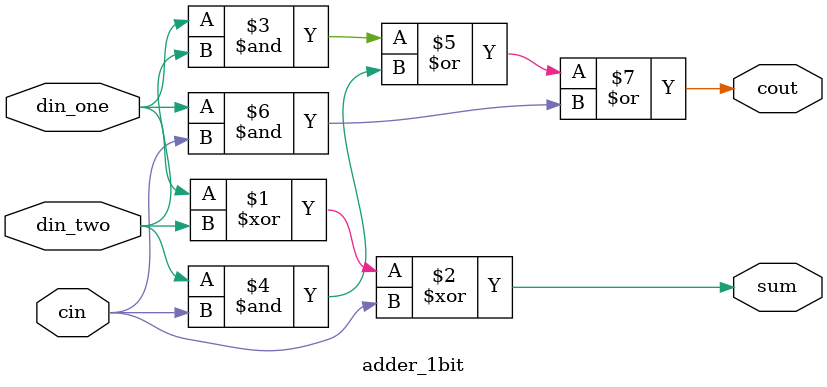
<source format=v>
module adder_1bit (
    input  din_one    ,
    input  din_two    ,
    input  cin   ,
    output sum    ,
    output cout  
);
 
assign sum = din_one ^ din_two ^ cin;
assign cout = (din_one & din_two) | (din_two & cin)|(din_one&cin);
 
endmodule

</source>
